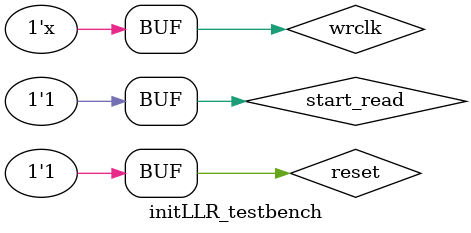
<source format=v>
`timescale 1ns / 1ps


module initLLR_testbench;

	// Inputs
	reg wrclk;
	reg reset;
	reg start_read;
	reg input_en;
	reg frame_lock;
	reg [10:0] data_in;

	// Outputs
	wire [10:0] data_Lch;
	wire [5:0] wr_addr_Lch;
	wire wr_addr_high_Lch;
	wire wren_Lch_H0;
	wire wren_Lch_H1;
	wire wren_Lch_H2;
	wire wren_Lch_H3;
	wire wren_Lch_H4;
	wire wren_Lch_H5;
	wire wren_Lch_H6;
	wire wren_Lch_H7;
	wire wren_Lch_H8;
	wire wren_Lch_H9;
	wire data_ready;

	// Instantiate the Unit Under Test (UUT)
	initLLR uut (
		.wrclk(wrclk), 
		.reset(reset), 
		.start_read(start_read), 
		.input_en(input_en), 
		.frame_lock(frame_lock), 
		.data_in(data_in), 
		.data_Lch(data_Lch), 
		.wr_addr_Lch(wr_addr_Lch), 
		.wr_addr_high_Lch(wr_addr_high_Lch), 
		.wren_Lch_H0(wren_Lch_H0), 
		.wren_Lch_H1(wren_Lch_H1), 
		.wren_Lch_H2(wren_Lch_H2), 
		.wren_Lch_H3(wren_Lch_H3), 
		.wren_Lch_H4(wren_Lch_H4), 
		.wren_Lch_H5(wren_Lch_H5), 
		.wren_Lch_H6(wren_Lch_H6), 
		.wren_Lch_H7(wren_Lch_H7), 
		.wren_Lch_H8(wren_Lch_H8), 
		.wren_Lch_H9(wren_Lch_H9), 
		.data_ready(data_ready)
	);
	reg[6:0]cnt;
	initial begin
		// Initialize Inputs
		wrclk = 0;
		reset = 1;
		#10 reset = 0;
		start_read = 0;
		input_en = 0;
		frame_lock = 0;
		data_in = 0;

		// Wait 100 ns for global reset to finish
		#100;
		reset = 1;
      start_read = 1;  
	  cnt = 0;
		// Add stimulus here

	end
   always #10 wrclk = ~wrclk; 

	always@(posedge wrclk)
	begin
		if(reset == 1 && start_read == 1)
		begin
		  if(data_ready == 0)
		   begin
			   frame_lock <= 1;
			   if(frame_lock)
			   begin
					if(cnt>200 || cnt < 100)
						input_en <= 1;
					else
						input_en <= 0;
					cnt <= cnt + 1;
				   if(input_en)
					begin
						data_in <= data_in + 1'b1;
					end
			   end
			 end
			 else
			 begin
			   frame_lock <= 0;
			   input_en <= 0;
			 end 
		end
	end
endmodule


</source>
